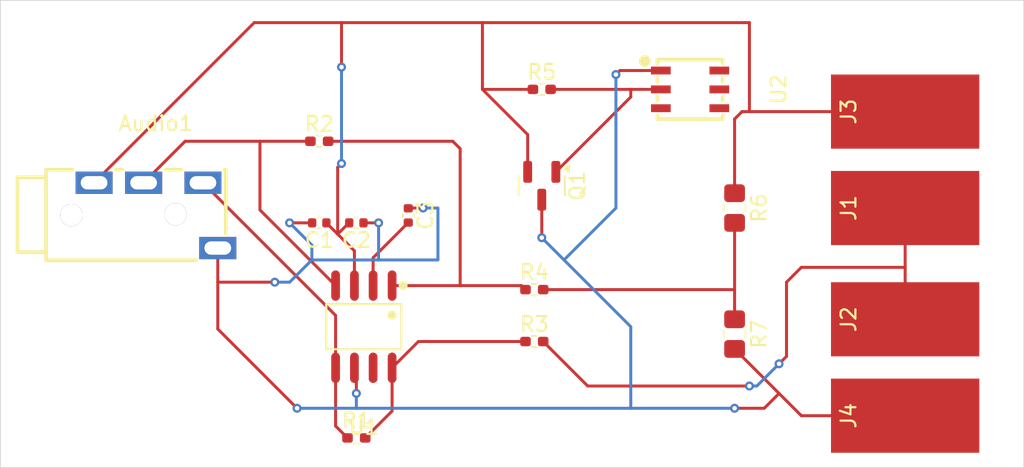
<source format=kicad_pcb>
(kicad_pcb (version 20240108) (generator "pcbnew") (generator_version "8.0")
  (layers (0 "F.Cu" signal) (31 "B.Cu" signal) (34 "B.Paste" user) (35 "F.Paste" user) (36 "B.SilkS" user "B.Silkscreen") (37 "F.SilkS" user "F.Silkscreen") (38 "B.Mask" user) (39 "F.Mask" user) (44 "Edge.Cuts" user))
  (net 0 "")
  (net 1 "GND")
  (net 2 "3V3A_SW")
  (net 3 "Net-(U1-+OUT)")
  (net 4 "Net-(U1-–OUT)")
  (net 5 "Net-(U1-VOCM)")
  (net 6 "Net-(J1-Pin_1)")
  (net 7 "Net-(Q1-G)")
  (net 8 "Net-(U1-+IN)")
  (net 9 "Net-(U1-–IN)")
  (net 10 "Net-(R4-Pad2)")
  (footprint "Package_TO_SOT_SMD:SOT-23" (layer "F.Cu") (at 151 103.5 -90)
    (property "Reference" "Q1" (at 0 -2.4 90) (layer "F.SilkS"))
    (property "Value" "AO3401A")
    (fp_line (start 0 1.56) (end -0.65 1.56) (stroke (width 0.12)) (layer "F.SilkS"))
    (fp_line (start 0 1.56) (end 0.65 1.56) (stroke (width 0.12)) (layer "F.SilkS"))
    (fp_line (start 0 -1.56) (end -0.65 -1.56) (stroke (width 0.12)) (layer "F.SilkS"))
    (fp_line (start 0 -1.56) (end 0.65 -1.56) (stroke (width 0.12)) (layer "F.SilkS"))
    (fp_poly (pts (xy -1.1625 -1.51) (xy -1.4025 -1.84) (xy -0.9225 -1.84) (xy -1.1625 -1.51)) (stroke (width 0.12)) (fill solid) (layer "F.SilkS"))
    (pad "1" smd roundrect (at -0.9375 -0.95 270) (size 1.475 0.6) (layers "F.Cu" "F.Paste" "F.Mask") (net 7 "Net-(Q1-G)"))
    (pad "2" smd roundrect (at -0.9375 0.95 270) (size 1.475 0.6) (layers "F.Cu" "F.Paste" "F.Mask") (net 2 "3V3A_SW"))
    (pad "3" smd roundrect (at 0.9375 0 270) (size 1.475 0.6) (layers "F.Cu" "F.Paste" "F.Mask") (net 1 "GND"))
  )
  (footprint "Connector_Wire:SolderWirePad_1x01_SMD_5x10mm" (layer "F.Cu") (at 175.5 112.5 90)
    (property "Reference" "J2" (at 0 -3.81 90) (layer "F.SilkS"))
    (property "Value" "SG2p")
    (pad "1" smd rect (at 0 0 90) (size 5 10) (layers "F.Cu" "F.Paste" "F.Mask") (net 6 "Net-(J1-Pin_1)"))
  )
  (footprint "Capacitor_SMD:C_0402_1005Metric" (layer "F.Cu") (at 138.5 106 180)
    (property "Reference" "C2" (at 0 -1.16 360) (layer "F.SilkS"))
    (property "Value" "1000p")
    (fp_line (start -0.107836 0.36) (end 0.107836 0.36) (stroke (width 0.12)) (layer "F.SilkS"))
    (fp_line (start -0.107836 -0.36) (end 0.107836 -0.36) (stroke (width 0.12)) (layer "F.SilkS"))
    (pad "1" smd roundrect (at -0.48 0 180) (size 0.56 0.62) (layers "F.Cu" "F.Paste" "F.Mask") (net 1 "GND"))
    (pad "2" smd roundrect (at 0.48 0 180) (size 0.56 0.62) (layers "F.Cu" "F.Paste" "F.Mask") (net 2 "3V3A_SW"))
  )
  (footprint "Resistor_SMD:R_0402_1005Metric_Pad0.72x0.64mm_HandSolder" (layer "F.Cu") (at 150.5 110.5)
    (property "Reference" "R4" (at 0 -1.17 0) (layer "F.SilkS"))
    (property "Value" "5.6K")
    (fp_line (start -0.167621 -0.38) (end 0.167621 -0.38) (stroke (width 0.12)) (layer "F.SilkS"))
    (fp_line (start -0.167621 0.38) (end 0.167621 0.38) (stroke (width 0.12)) (layer "F.SilkS"))
    (pad "1" smd roundrect (at -0.5975 0) (size 0.715 0.64) (layers "F.Cu" "F.Paste" "F.Mask") (net 9 "Net-(U1-–IN)"))
    (pad "2" smd roundrect (at 0.5975 0) (size 0.715 0.64) (layers "F.Cu" "F.Paste" "F.Mask") (net 10 "Net-(R4-Pad2)"))
  )
  (footprint "Rocketry_Easyeda:AUDIO-TH_PJ-3200B-4A" (layer "F.Cu") (at 124.9875 105.4975)
    (property "Reference" "Audio1" (at 0 -6.2 0) (layer "F.SilkS"))
    (property "Value" "PJ-3200B-4A")
    (fp_line (start -9.33 -2.57) (end -7.44 -2.57) (stroke (width 0.25)) (layer "F.SilkS"))
    (fp_line (start -9.33 -2.54) (end -9.33 2.46) (stroke (width 0.25)) (layer "F.SilkS"))
    (fp_line (start -9.33 2.44) (end -9.33 2.47) (stroke (width 0.25)) (layer "F.SilkS"))
    (fp_line (start -9.33 2.47) (end -7.44 2.47) (stroke (width 0.25)) (layer "F.SilkS"))
    (fp_line (start -7.44 -2.57) (end -7.41 -2.6) (stroke (width 0.25)) (layer "F.SilkS"))
    (fp_line (start -7.44 2.47) (end -7.41 2.47) (stroke (width 0.25)) (layer "F.SilkS"))
    (fp_line (start -7.41 -3.08) (end -7.41 3.02) (stroke (width 0.25)) (layer "F.SilkS"))
    (fp_line (start -7.41 -3.08) (end -5.62 -3.08) (stroke (width 0.25)) (layer "F.SilkS"))
    (fp_line (start -7.41 2.47) (end -7.41 2.47) (stroke (width 0.25)) (layer "F.SilkS"))
    (fp_line (start -7.41 3.02) (end 2.7 3.02) (stroke (width 0.25)) (layer "F.SilkS"))
    (fp_line (start -2.72 -3.08) (end -2.28 -3.08) (stroke (width 0.25)) (layer "F.SilkS"))
    (fp_line (start 0.62 -3.08) (end 1.72 -3.08) (stroke (width 0.25)) (layer "F.SilkS"))
    (fp_line (start 4.62 -3.08) (end 4.71 -3.08) (stroke (width 0.25)) (layer "F.SilkS"))
    (fp_line (start 4.71 -3.08) (end 4.71 1.22) (stroke (width 0.25)) (layer "F.SilkS"))
    (pad "" thru_hole circle (at -5.7 -0.02) (size 1.5 1.5) (drill 1.5) (layers "*.Cu" "*.Mask"))
    (pad "" thru_hole circle (at 1.32 -0.08) (size 1.5 1.5) (drill 1.5) (layers "*.Cu" "*.Mask"))
    (pad "1" thru_hole rect (at 4.17 2.2 90) (size 1.5 2.5) (drill oval 0.900024 1.8002) (layers "*.Cu" "*.Mask") (net 1 "GND"))
    (pad "2" thru_hole rect (at 3.17 -2.2 90) (size 1.5 2.5) (drill oval 0.900024 1.799946) (layers "*.Cu" "*.Mask") (net 4 "Net-(U1-–OUT)"))
    (pad "3" thru_hole rect (at -4.17 -2.2 90) (size 1.5 2.5) (drill oval 0.900024 1.8002) (layers "*.Cu" "*.Mask") (net 2 "3V3A_SW"))
    (pad "4" thru_hole rect (at -0.83 -2.2 90) (size 1.5 2.5) (drill oval 0.900024 1.799946) (layers "*.Cu" "*.Mask") (net 3 "Net-(U1-+OUT)"))
  )
  (footprint "Connector_Wire:SolderWirePad_1x01_SMD_5x10mm" (layer "F.Cu") (at 175.5 98.5 90)
    (property "Reference" "J3" (at 0 -3.81 90) (layer "F.SilkS"))
    (property "Value" "SG1p")
    (pad "1" smd rect (at 0 0 90) (size 5 10) (layers "F.Cu" "F.Paste" "F.Mask") (net 2 "3V3A_SW"))
  )
  (footprint "Connector_Wire:SolderWirePad_1x01_SMD_5x10mm" (layer "F.Cu") (at 175.5 105 90)
    (property "Reference" "J1" (at 0 -3.81 90) (layer "F.SilkS"))
    (property "Value" "SG1m")
    (pad "1" smd rect (at 0 0 90) (size 5 10) (layers "F.Cu" "F.Paste" "F.Mask") (net 6 "Net-(J1-Pin_1)"))
  )
  (footprint "Rocketry_Easyeda:SOIC-8_L4.9-W3.9-P1.27-LS6.0-BL" (layer "F.Cu") (at 139 113 180)
    (property "Reference" "U1" (at 0 -6.77 360) (layer "F.SilkS"))
    (property "Value" "ADA4940-1ARZ-R7")
    (fp_line (start 2.53 1.52) (end -2.53 1.52) (stroke (width 0.15)) (layer "F.SilkS"))
    (fp_line (start 2.53 -1.52) (end 2.53 1.52) (stroke (width 0.15)) (layer "F.SilkS"))
    (fp_line (start -2.53 1.52) (end -2.53 -1.52) (stroke (width 0.15)) (layer "F.SilkS"))
    (fp_line (start -2.53 -1.52) (end 2.53 -1.52) (stroke (width 0.15)) (layer "F.SilkS"))
    (fp_circle (center -1.91 0.77) (end -1.76 0.77) (stroke (width 0.3)) (fill none) (layer "F.SilkS"))
    (fp_circle (center -2.65 2.77) (end -2.5 2.77) (stroke (width 0.3)) (fill none) (layer "F.SilkS"))
    (pad "1" smd oval (at -1.91 2.77 180) (size 0.59 2.05) (layers "F.Cu" "F.Paste" "F.Mask") (net 9 "Net-(U1-–IN)"))
    (pad "2" smd oval (at -0.63 2.77 180) (size 0.59 2.05) (layers "F.Cu" "F.Paste" "F.Mask") (net 5 "Net-(U1-VOCM)"))
    (pad "3" smd oval (at 0.63 2.77 180) (size 0.59 2.05) (layers "F.Cu" "F.Paste" "F.Mask") (net 2 "3V3A_SW"))
    (pad "4" smd oval (at 1.9 2.77 180) (size 0.59 2.05) (layers "F.Cu" "F.Paste" "F.Mask") (net 3 "Net-(U1-+OUT)"))
    (pad "5" smd oval (at 1.9 -2.77 180) (size 0.59 2.05) (layers "F.Cu" "F.Paste" "F.Mask") (net 4 "Net-(U1-–OUT)"))
    (pad "6" smd oval (at 0.63 -2.77 180) (size 0.59 2.05) (layers "F.Cu" "F.Paste" "F.Mask") (net 1 "GND"))
    (pad "7" smd oval (at -0.63 -2.77 180) (size 0.59 2.05) (layers "F.Cu" "F.Paste" "F.Mask"))
    (pad "8" smd oval (at -1.91 -2.77 180) (size 0.59 2.05) (layers "F.Cu" "F.Paste" "F.Mask") (net 8 "Net-(U1-+IN)"))
  )
  (footprint "Resistor_SMD:R_0805_2012Metric_Pad1.20x1.40mm_HandSolder" (layer "F.Cu") (at 164 113.5 -90)
    (property "Reference" "R7" (at 0 -1.65 90) (layer "F.SilkS"))
    (property "Value" "330R")
    (fp_line (start -0.227064 0.735) (end 0.227064 0.735) (stroke (width 0.12)) (layer "F.SilkS"))
    (fp_line (start -0.227064 -0.735) (end 0.227064 -0.735) (stroke (width 0.12)) (layer "F.SilkS"))
    (pad "1" smd roundrect (at -1 0 270) (size 1.2 1.4) (layers "F.Cu" "F.Paste" "F.Mask") (roundrect_rratio 0.208333) (net 10 "Net-(R4-Pad2)"))
    (pad "2" smd roundrect (at 1 0 270) (size 1.2 1.4) (layers "F.Cu" "F.Paste" "F.Mask") (roundrect_rratio 0.208333) (net 1 "GND"))
  )
  (footprint "Resistor_SMD:R_0402_1005Metric_Pad0.72x0.64mm_HandSolder" (layer "F.Cu") (at 136 100.5)
    (property "Reference" "R2" (at 0 -1.17 0) (layer "F.SilkS"))
    (property "Value" "510K")
    (fp_line (start -0.167621 -0.38) (end 0.167621 -0.38) (stroke (width 0.12)) (layer "F.SilkS"))
    (fp_line (start -0.167621 0.38) (end 0.167621 0.38) (stroke (width 0.12)) (layer "F.SilkS"))
    (pad "1" smd roundrect (at -0.5975 0) (size 0.715 0.64) (layers "F.Cu" "F.Paste" "F.Mask") (net 3 "Net-(U1-+OUT)"))
    (pad "2" smd roundrect (at 0.5975 0) (size 0.715 0.64) (layers "F.Cu" "F.Paste" "F.Mask") (net 9 "Net-(U1-–IN)"))
  )
  (footprint "Resistor_SMD:R_0402_1005Metric_Pad0.72x0.64mm_HandSolder" (layer "F.Cu") (at 151 97)
    (property "Reference" "R5" (at 0 -1.17 0) (layer "F.SilkS"))
    (property "Value" "10K")
    (fp_line (start -0.167621 -0.38) (end 0.167621 -0.38) (stroke (width 0.12)) (layer "F.SilkS"))
    (fp_line (start -0.167621 0.38) (end 0.167621 0.38) (stroke (width 0.12)) (layer "F.SilkS"))
    (pad "1" smd roundrect (at -0.5975 0) (size 0.715 0.64) (layers "F.Cu" "F.Paste" "F.Mask") (net 2 "3V3A_SW"))
    (pad "2" smd roundrect (at 0.5975 0) (size 0.715 0.64) (layers "F.Cu" "F.Paste" "F.Mask") (net 7 "Net-(Q1-G)"))
  )
  (footprint "Connector_Wire:SolderWirePad_1x01_SMD_5x10mm" (layer "F.Cu") (at 175.5 119 90)
    (property "Reference" "J4" (at 0 -3.81 90) (layer "F.SilkS"))
    (property "Value" "SG2m")
    (pad "1" smd rect (at 0 0 90) (size 5 10) (layers "F.Cu" "F.Paste" "F.Mask") (net 1 "GND"))
  )
  (footprint "Resistor_SMD:R_0402_1005Metric_Pad0.72x0.64mm_HandSolder" (layer "F.Cu") (at 138.5 120.5)
    (property "Reference" "R1" (at 0 -1.17 0) (layer "F.SilkS"))
    (property "Value" "510K")
    (fp_line (start -0.167621 -0.38) (end 0.167621 -0.38) (stroke (width 0.12)) (layer "F.SilkS"))
    (fp_line (start -0.167621 0.38) (end 0.167621 0.38) (stroke (width 0.12)) (layer "F.SilkS"))
    (pad "1" smd roundrect (at -0.5975 0) (size 0.715 0.64) (layers "F.Cu" "F.Paste" "F.Mask") (net 4 "Net-(U1-–OUT)"))
    (pad "2" smd roundrect (at 0.5975 0) (size 0.715 0.64) (layers "F.Cu" "F.Paste" "F.Mask") (net 8 "Net-(U1-+IN)"))
  )
  (footprint "Capacitor_SMD:C_0402_1005Metric" (layer "F.Cu") (at 142 105.5 -90)
    (property "Reference" "C3" (at 0 -1.16 90) (layer "F.SilkS"))
    (property "Value" "100n")
    (fp_line (start -0.107836 0.36) (end 0.107836 0.36) (stroke (width 0.12)) (layer "F.SilkS"))
    (fp_line (start -0.107836 -0.36) (end 0.107836 -0.36) (stroke (width 0.12)) (layer "F.SilkS"))
    (pad "1" smd roundrect (at -0.48 0 270) (size 0.56 0.62) (layers "F.Cu" "F.Paste" "F.Mask") (net 1 "GND"))
    (pad "2" smd roundrect (at 0.48 0 270) (size 0.56 0.62) (layers "F.Cu" "F.Paste" "F.Mask") (net 5 "Net-(U1-VOCM)"))
  )
  (footprint "Resistor_SMD:R_0402_1005Metric_Pad0.72x0.64mm_HandSolder" (layer "F.Cu") (at 150.5 114)
    (property "Reference" "R3" (at 0 -1.17 0) (layer "F.SilkS"))
    (property "Value" "5.6K")
    (fp_line (start -0.167621 -0.38) (end 0.167621 -0.38) (stroke (width 0.12)) (layer "F.SilkS"))
    (fp_line (start -0.167621 0.38) (end 0.167621 0.38) (stroke (width 0.12)) (layer "F.SilkS"))
    (pad "1" smd roundrect (at -0.5975 0) (size 0.715 0.64) (layers "F.Cu" "F.Paste" "F.Mask") (net 8 "Net-(U1-+IN)"))
    (pad "2" smd roundrect (at 0.5975 0) (size 0.715 0.64) (layers "F.Cu" "F.Paste" "F.Mask") (net 6 "Net-(J1-Pin_1)"))
  )
  (footprint "Capacitor_SMD:C_0402_1005Metric" (layer "F.Cu") (at 136 106 180)
    (property "Reference" "C1" (at 0 -1.16 360) (layer "F.SilkS"))
    (property "Value" "100n")
    (fp_line (start -0.107836 0.36) (end 0.107836 0.36) (stroke (width 0.12)) (layer "F.SilkS"))
    (fp_line (start -0.107836 -0.36) (end 0.107836 -0.36) (stroke (width 0.12)) (layer "F.SilkS"))
    (pad "1" smd roundrect (at -0.48 0 180) (size 0.56 0.62) (layers "F.Cu" "F.Paste" "F.Mask") (net 2 "3V3A_SW"))
    (pad "2" smd roundrect (at 0.48 0 180) (size 0.56 0.62) (layers "F.Cu" "F.Paste" "F.Mask") (net 1 "GND"))
  )
  (footprint "Rocketry_Easyeda:TSOC-6_L3.9-W4.3-P1.27-BL" (layer "F.Cu") (at 161 97 -90)
    (property "Reference" "U2" (at 0 -5.97 90) (layer "F.SilkS"))
    (property "Value" "DS28E07P+T")
    (fp_line (start -2 2.2) (end -1.77 2.2) (stroke (width 0.25)) (layer "F.SilkS"))
    (fp_line (start -0.77 2.2) (end -0.5 2.2) (stroke (width 0.25)) (layer "F.SilkS"))
    (fp_line (start 0.5 2.2) (end 0.77 2.2) (stroke (width 0.25)) (layer "F.SilkS"))
    (fp_line (start 1.77 2.2) (end 2 2.2) (stroke (width 0.25)) (layer "F.SilkS"))
    (fp_line (start 2 2.2) (end 2 -2.2) (stroke (width 0.25)) (layer "F.SilkS"))
    (fp_line (start -2 -2.2) (end -2 2.2) (stroke (width 0.25)) (layer "F.SilkS"))
    (fp_line (start -1.77 -2.2) (end -2 -2.2) (stroke (width 0.25)) (layer "F.SilkS"))
    (fp_line (start -0.5 -2.2) (end -0.77 -2.2) (stroke (width 0.25)) (layer "F.SilkS"))
    (fp_line (start 0.77 -2.2) (end 0.5 -2.2) (stroke (width 0.25)) (layer "F.SilkS"))
    (fp_line (start 2 -2.2) (end 1.77 -2.2) (stroke (width 0.25)) (layer "F.SilkS"))
    (fp_circle (center -1.9 3.05) (end -1.7 3.05) (stroke (width 0.4)) (fill none) (layer "F.SilkS"))
    (pad "1" smd rect (at -1.27 1.97 270) (size 0.53 1.33) (layers "F.Cu" "F.Paste" "F.Mask") (net 1 "GND"))
    (pad "2" smd rect (at 0 1.97 270) (size 0.53 1.33) (layers "F.Cu" "F.Paste" "F.Mask") (net 7 "Net-(Q1-G)"))
    (pad "3" smd rect (at 1.27 1.97 270) (size 0.53 1.33) (layers "F.Cu" "F.Paste" "F.Mask"))
    (pad "4" smd rect (at 1.27 -1.97 270) (size 0.53 1.33) (layers "F.Cu" "F.Paste" "F.Mask"))
    (pad "5" smd rect (at 0 -1.97 270) (size 0.53 1.33) (layers "F.Cu" "F.Paste" "F.Mask"))
    (pad "6" smd rect (at -1.27 -1.97 270) (size 0.53 1.33) (layers "F.Cu" "F.Paste" "F.Mask"))
  )
  (footprint "Resistor_SMD:R_0805_2012Metric_Pad1.20x1.40mm_HandSolder" (layer "F.Cu") (at 164 105 -90)
    (property "Reference" "R6" (at 0 -1.65 90) (layer "F.SilkS"))
    (property "Value" "330R")
    (fp_line (start -0.227064 0.735) (end 0.227064 0.735) (stroke (width 0.12)) (layer "F.SilkS"))
    (fp_line (start -0.227064 -0.735) (end 0.227064 -0.735) (stroke (width 0.12)) (layer "F.SilkS"))
    (pad "1" smd roundrect (at -1 0 270) (size 1.2 1.4) (layers "F.Cu" "F.Paste" "F.Mask") (roundrect_rratio 0.208333) (net 2 "3V3A_SW"))
    (pad "2" smd roundrect (at 1 0 270) (size 1.2 1.4) (layers "F.Cu" "F.Paste" "F.Mask") (roundrect_rratio 0.208333) (net 10 "Net-(R4-Pad2)"))
  )
  (gr_rect (start 114.5 91) (end 183.5 122.5) (stroke (width 0.05)) (fill none) (layer "Edge.Cuts"))
  (segment (start 151 104.4375) (end 151 107) (width 0.2) (layer "F.Cu") (net 1))
  (segment (start 168.5 119) (end 167 117.5) (width 0.2) (layer "F.Cu") (net 1))
  (segment (start 140 106) (end 138.98 106) (width 0.2) (layer "F.Cu") (net 1))
  (segment (start 143 105) (end 142.02 105) (width 0.2) (layer "F.Cu") (net 1))
  (segment (start 129.1575 113.1575) (end 134.5 118.5) (width 0.2) (layer "F.Cu") (net 1))
  (segment (start 129.1575 107.6975) (end 129.1575 110) (width 0.2) (layer "F.Cu") (net 1))
  (segment (start 166 118.5) (end 167 117.5) (width 0.2) (layer "F.Cu") (net 1))
  (segment (start 129.1575 110) (end 129.1575 113.1575) (width 0.2) (layer "F.Cu") (net 1))
  (segment (start 138.5 115.9) (end 138.37 115.77) (width 0.2) (layer "F.Cu") (net 1))
  (segment (start 156 96) (end 156.27 95.73) (width 0.2) (layer "F.Cu") (net 1))
  (segment (start 167 117.5) (end 164 114.5) (width 0.2) (layer "F.Cu") (net 1))
  (segment (start 156.27 95.73) (end 159.03 95.73) (width 0.2) (layer "F.Cu") (net 1))
  (segment (start 138.5 117.5) (end 138.5 115.9) (width 0.2) (layer "F.Cu") (net 1))
  (segment (start 142.02 105) (end 142 105.02) (width 0.2) (layer "F.Cu") (net 1))
  (segment (start 164 118.5) (end 166 118.5) (width 0.2) (layer "F.Cu") (net 1))
  (segment (start 129.1575 110) (end 133 110) (width 0.2) (layer "F.Cu") (net 1))
  (segment (start 175.5 119) (end 168.5 119) (width 0.2) (layer "F.Cu") (net 1))
  (segment (start 135.52 106) (end 134 106) (width 0.2) (layer "F.Cu") (net 1))
  (via (at 156 96) (size 0.6) (drill 0.3) (layers "F.Cu" "B.Cu") (net 1))
  (via (at 151 107) (size 0.6) (drill 0.3) (layers "F.Cu" "B.Cu") (net 1))
  (via (at 138.5 117.5) (size 0.6) (drill 0.3) (layers "F.Cu" "B.Cu") (net 1))
  (via (at 133 110) (size 0.6) (drill 0.3) (layers "F.Cu" "B.Cu") (net 1))
  (via (at 143 105) (size 0.6) (drill 0.3) (layers "F.Cu" "B.Cu") (net 1))
  (via (at 164 118.5) (size 0.6) (drill 0.3) (layers "F.Cu" "B.Cu") (net 1))
  (via (at 140 106) (size 0.6) (drill 0.3) (layers "F.Cu" "B.Cu") (net 1))
  (via (at 134.5 118.5) (size 0.6) (drill 0.3) (layers "F.Cu" "B.Cu") (net 1))
  (via (at 134 106) (size 0.6) (drill 0.3) (layers "F.Cu" "B.Cu") (net 1))
  (segment (start 152.5 108.5) (end 151 107) (width 0.2) (layer "B.Cu") (net 1))
  (segment (start 135.5 107.5) (end 134 106) (width 0.2) (layer "B.Cu") (net 1))
  (segment (start 134.5 118.5) (end 138.5 118.5) (width 0.2) (layer "B.Cu") (net 1))
  (segment (start 140 108.5) (end 140 106) (width 0.2) (layer "B.Cu") (net 1))
  (segment (start 139 108.5) (end 140 108.5) (width 0.2) (layer "B.Cu") (net 1))
  (segment (start 135.5 108.5) (end 135.5 107.5) (width 0.2) (layer "B.Cu") (net 1))
  (segment (start 157 118.5) (end 157 113) (width 0.2) (layer "B.Cu") (net 1))
  (segment (start 144 108.5) (end 144 105) (width 0.2) (layer "B.Cu") (net 1))
  (segment (start 133 110) (end 134 110) (width 0.2) (layer "B.Cu") (net 1))
  (segment (start 156 105) (end 156 96) (width 0.2) (layer "B.Cu") (net 1))
  (segment (start 140 108.5) (end 144 108.5) (width 0.2) (layer "B.Cu") (net 1))
  (segment (start 152.5 108.5) (end 156 105) (width 0.2) (layer "B.Cu") (net 1))
  (segment (start 157 118.5) (end 164 118.5) (width 0.2) (layer "B.Cu") (net 1))
  (segment (start 144 105) (end 143 105) (width 0.2) (layer "B.Cu") (net 1))
  (segment (start 157 113) (end 152.5 108.5) (width 0.2) (layer "B.Cu") (net 1))
  (segment (start 135.5 108.5) (end 139 108.5) (width 0.2) (layer "B.Cu") (net 1))
  (segment (start 138.5 118.5) (end 138.5 117.5) (width 0.2) (layer "B.Cu") (net 1))
  (segment (start 134 110) (end 135.5 108.5) (width 0.2) (layer "B.Cu") (net 1))
  (segment (start 138.5 118.5) (end 157 118.5) (width 0.2) (layer "B.Cu") (net 1))
  (segment (start 164.5 98.5) (end 165 98.5) (width 0.2) (layer "F.Cu") (net 2))
  (segment (start 138 106) (end 137.24 106.76) (width 0.2) (layer "F.Cu") (net 2))
  (segment (start 137.5 92.5) (end 147 92.5) (width 0.2) (layer "F.Cu") (net 2))
  (segment (start 147 97) (end 150.4025 97) (width 0.2) (layer "F.Cu") (net 2))
  (segment (start 165 92.5) (end 165 98.5) (width 0.2) (layer "F.Cu") (net 2))
  (segment (start 138.02 106) (end 138 106) (width 0.2) (layer "F.Cu") (net 2))
  (segment (start 147 92.5) (end 165 92.5) (width 0.2) (layer "F.Cu") (net 2))
  (segment (start 150.05 100.05) (end 147 97) (width 0.2) (layer "F.Cu") (net 2))
  (segment (start 137.5 95.5) (end 137.5 92.5) (width 0.2) (layer "F.Cu") (net 2))
  (segment (start 137.24 102.26) (end 137.5 102) (width 0.2) (layer "F.Cu") (net 2))
  (segment (start 164 99) (end 164.5 98.5) (width 0.2) (layer "F.Cu") (net 2))
  (segment (start 138.37 107.89) (end 137.24 106.76) (width 0.2) (layer "F.Cu") (net 2))
  (segment (start 120.8175 103.2975) (end 131.615 92.5) (width 0.2) (layer "F.Cu") (net 2))
  (segment (start 138.37 110.23) (end 138.37 107.89) (width 0.2) (layer "F.Cu") (net 2))
  (segment (start 165 98.5) (end 175.5 98.5) (width 0.2) (layer "F.Cu") (net 2))
  (segment (start 137.24 106.76) (end 136.48 106) (width 0.2) (layer "F.Cu") (net 2))
  (segment (start 164 104) (end 164 99) (width 0.2) (layer "F.Cu") (net 2))
  (segment (start 150.05 102.5625) (end 150.05 100.05) (width 0.2) (layer "F.Cu") (net 2))
  (segment (start 131.615 92.5) (end 137.5 92.5) (width 0.2) (layer "F.Cu") (net 2))
  (segment (start 147 97) (end 147 92.5) (width 0.2) (layer "F.Cu") (net 2))
  (segment (start 137.24 106.76) (end 137.24 102.26) (width 0.2) (layer "F.Cu") (net 2))
  (via (at 137.5 102) (size 0.6) (drill 0.3) (layers "F.Cu" "B.Cu") (net 2))
  (via (at 137.5 95.5) (size 0.6) (drill 0.3) (layers "F.Cu" "B.Cu") (net 2))
  (segment (start 137.5 102) (end 137.5 95.5) (width 0.2) (layer "B.Cu") (net 2))
  (segment (start 124.1575 103.2975) (end 126.955 100.5) (width 0.2) (layer "F.Cu") (net 3))
  (segment (start 132 105.13) (end 132 100.5) (width 0.2) (layer "F.Cu") (net 3))
  (segment (start 137.1 110.23) (end 132 105.13) (width 0.2) (layer "F.Cu") (net 3))
  (segment (start 132 100.5) (end 135.4025 100.5) (width 0.2) (layer "F.Cu") (net 3))
  (segment (start 126.955 100.5) (end 132 100.5) (width 0.2) (layer "F.Cu") (net 3))
  (segment (start 137.1 119.6975) (end 137.1 115.77) (width 0.2) (layer "F.Cu") (net 4))
  (segment (start 137.1 112.24) (end 128.1575 103.2975) (width 0.2) (layer "F.Cu") (net 4))
  (segment (start 137.1 115.77) (end 137.1 112.24) (width 0.2) (layer "F.Cu") (net 4))
  (segment (start 137.9025 120.5) (end 137.1 119.6975) (width 0.2) (layer "F.Cu") (net 4))
  (segment (start 139.63 110.23) (end 139.63 108.35) (width 0.2) (layer "F.Cu") (net 5))
  (segment (start 139.63 108.35) (end 142 105.98) (width 0.2) (layer "F.Cu") (net 5))
  (segment (start 175.5 109) (end 175.5 112.5) (width 0.2) (layer "F.Cu") (net 6))
  (segment (start 154.0975 117) (end 165 117) (width 0.2) (layer "F.Cu") (net 6))
  (segment (start 151.0975 114) (end 154.0975 117) (width 0.2) (layer "F.Cu") (net 6))
  (segment (start 151.0975 114) (end 151 114) (width 0.2) (layer "F.Cu") (net 6))
  (segment (start 167.5 115) (end 167.5 110) (width 0.2) (layer "F.Cu") (net 6))
  (segment (start 168.5 109) (end 175.5 109) (width 0.2) (layer "F.Cu") (net 6))
  (segment (start 167.5 110) (end 168.5 109) (width 0.2) (layer "F.Cu") (net 6))
  (segment (start 167 115.5) (end 167.5 115) (width 0.2) (layer "F.Cu") (net 6))
  (segment (start 175.5 105) (end 175.5 109) (width 0.2) (layer "F.Cu") (net 6))
  (via (at 167 115.5) (size 0.6) (drill 0.3) (layers "F.Cu" "B.Cu") (net 6))
  (via (at 165 117) (size 0.6) (drill 0.3) (layers "F.Cu" "B.Cu") (net 6))
  (segment (start 167 115.5) (end 165.5 117) (width 0.2) (layer "B.Cu") (net 6))
  (segment (start 165.5 117) (end 165 117) (width 0.2) (layer "B.Cu") (net 6))
  (segment (start 157 97.5125) (end 157 97) (width 0.2) (layer "F.Cu") (net 7))
  (segment (start 159.03 97) (end 157 97) (width 0.2) (layer "F.Cu") (net 7))
  (segment (start 157 97) (end 151.5975 97) (width 0.2) (layer "F.Cu") (net 7))
  (segment (start 151.95 102.5625) (end 157 97.5125) (width 0.2) (layer "F.Cu") (net 7))
  (segment (start 140.91 118.6875) (end 140.91 115.77) (width 0.2) (layer "F.Cu") (net 8))
  (segment (start 149.9025 114) (end 142.68 114) (width 0.2) (layer "F.Cu") (net 8))
  (segment (start 142.68 114) (end 140.91 115.77) (width 0.2) (layer "F.Cu") (net 8))
  (segment (start 139.0975 120.5) (end 140.91 118.6875) (width 0.2) (layer "F.Cu") (net 8))
  (segment (start 136.5975 100.5) (end 145 100.5) (width 0.2) (layer "F.Cu") (net 9))
  (segment (start 145 100.5) (end 145.5 101) (width 0.2) (layer "F.Cu") (net 9))
  (segment (start 149.6325 110.23) (end 149.9025 110.5) (width 0.2) (layer "F.Cu") (net 9))
  (segment (start 145.5 101) (end 145.5 110.23) (width 0.2) (layer "F.Cu") (net 9))
  (segment (start 140.91 110.23) (end 145.5 110.23) (width 0.2) (layer "F.Cu") (net 9))
  (segment (start 145.5 110.23) (end 149.6325 110.23) (width 0.2) (layer "F.Cu") (net 9))
  (segment (start 164 112.5) (end 164 110.5) (width 0.2) (layer "F.Cu") (net 10))
  (segment (start 151.0975 110.5) (end 164 110.5) (width 0.2) (layer "F.Cu") (net 10))
  (segment (start 164 110.5) (end 164 106) (width 0.2) (layer "F.Cu") (net 10))
)
</source>
